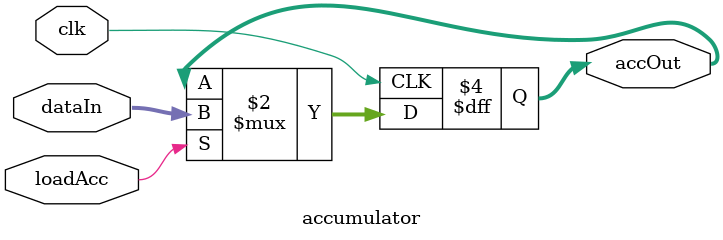
<source format=v>
module accumulator (
    input        clk,
    input        loadAcc,
    input  [7:0] dataIn,
    output reg [7:0] accOut
);

    always @(posedge clk) begin
        if (loadAcc)
            accOut <= dataIn;
    end

endmodule

</source>
